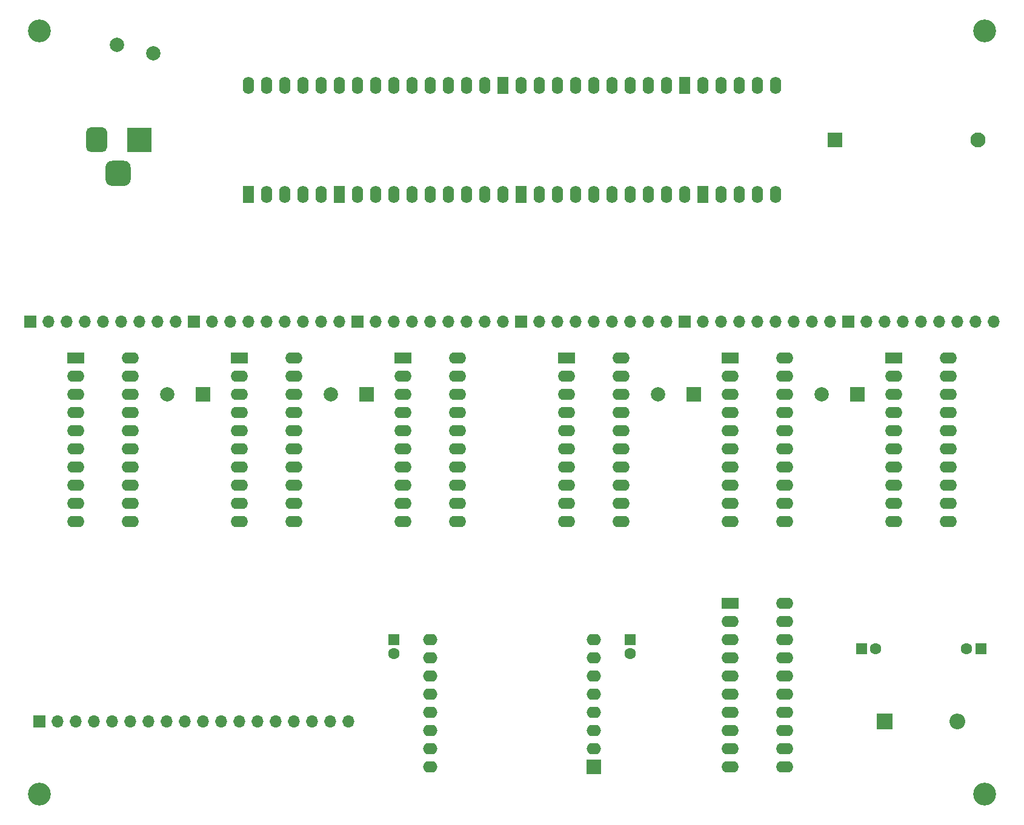
<source format=gbs>
G04 #@! TF.GenerationSoftware,KiCad,Pcbnew,(5.1.10)-1*
G04 #@! TF.CreationDate,2021-09-21T20:09:28+02:00*
G04 #@! TF.ProjectId,LED Strip clock,4c454420-5374-4726-9970-20636c6f636b,V1.0*
G04 #@! TF.SameCoordinates,Original*
G04 #@! TF.FileFunction,Soldermask,Bot*
G04 #@! TF.FilePolarity,Negative*
%FSLAX46Y46*%
G04 Gerber Fmt 4.6, Leading zero omitted, Abs format (unit mm)*
G04 Created by KiCad (PCBNEW (5.1.10)-1) date 2021-09-21 20:09:28*
%MOMM*%
%LPD*%
G01*
G04 APERTURE LIST*
%ADD10O,1.700000X1.700000*%
%ADD11R,1.700000X1.700000*%
%ADD12C,2.100000*%
%ADD13R,2.100000X2.100000*%
%ADD14O,1.600000X2.400000*%
%ADD15R,1.600000X2.400000*%
%ADD16C,2.000000*%
%ADD17R,2.000000X2.000000*%
%ADD18O,2.400000X1.600000*%
%ADD19R,2.400000X1.600000*%
%ADD20C,3.200000*%
%ADD21R,3.500000X3.500000*%
%ADD22C,2.010000*%
%ADD23C,1.600000*%
%ADD24R,1.600000X1.600000*%
%ADD25R,2.200000X2.200000*%
%ADD26O,2.200000X2.200000*%
%ADD27O,2.000000X1.600000*%
G04 APERTURE END LIST*
D10*
X129540000Y-132080000D03*
X127000000Y-132080000D03*
X124460000Y-132080000D03*
X121920000Y-132080000D03*
X119380000Y-132080000D03*
X116840000Y-132080000D03*
X114300000Y-132080000D03*
X111760000Y-132080000D03*
X109220000Y-132080000D03*
X106680000Y-132080000D03*
X104140000Y-132080000D03*
X101600000Y-132080000D03*
X99060000Y-132080000D03*
X96520000Y-132080000D03*
X93980000Y-132080000D03*
X91440000Y-132080000D03*
X88900000Y-132080000D03*
D11*
X86360000Y-132080000D03*
D12*
X217485000Y-50800000D03*
D13*
X197485000Y-50800000D03*
D14*
X179070000Y-43180000D03*
X181610000Y-43180000D03*
X184150000Y-43180000D03*
X186690000Y-43180000D03*
X189230000Y-43180000D03*
X189230000Y-58420000D03*
X186690000Y-58420000D03*
X184150000Y-58420000D03*
X181610000Y-58420000D03*
D15*
X179070000Y-58420000D03*
D14*
X176530000Y-58420000D03*
X173990000Y-58420000D03*
X171450000Y-58420000D03*
X168910000Y-58420000D03*
X166370000Y-58420000D03*
X166370000Y-43180000D03*
X168910000Y-43180000D03*
X171450000Y-43180000D03*
X173990000Y-43180000D03*
D15*
X176530000Y-43180000D03*
D16*
X195660000Y-86360000D03*
D17*
X200660000Y-86360000D03*
D16*
X172800000Y-86360000D03*
D17*
X177800000Y-86360000D03*
D18*
X213360000Y-81280000D03*
X205740000Y-104140000D03*
X213360000Y-83820000D03*
X205740000Y-101600000D03*
X213360000Y-86360000D03*
X205740000Y-99060000D03*
X213360000Y-88900000D03*
X205740000Y-96520000D03*
X213360000Y-91440000D03*
X205740000Y-93980000D03*
X213360000Y-93980000D03*
X205740000Y-91440000D03*
X213360000Y-96520000D03*
X205740000Y-88900000D03*
X213360000Y-99060000D03*
X205740000Y-86360000D03*
X213360000Y-101600000D03*
X205740000Y-83820000D03*
X213360000Y-104140000D03*
D19*
X205740000Y-81280000D03*
D18*
X190500000Y-81280000D03*
X182880000Y-104140000D03*
X190500000Y-83820000D03*
X182880000Y-101600000D03*
X190500000Y-86360000D03*
X182880000Y-99060000D03*
X190500000Y-88900000D03*
X182880000Y-96520000D03*
X190500000Y-91440000D03*
X182880000Y-93980000D03*
X190500000Y-93980000D03*
X182880000Y-91440000D03*
X190500000Y-96520000D03*
X182880000Y-88900000D03*
X190500000Y-99060000D03*
X182880000Y-86360000D03*
X190500000Y-101600000D03*
X182880000Y-83820000D03*
X190500000Y-104140000D03*
D19*
X182880000Y-81280000D03*
D10*
X219710000Y-76200000D03*
X217170000Y-76200000D03*
X214630000Y-76200000D03*
X212090000Y-76200000D03*
X209550000Y-76200000D03*
X207010000Y-76200000D03*
X204470000Y-76200000D03*
X201930000Y-76200000D03*
D11*
X199390000Y-76200000D03*
D10*
X196850000Y-76200000D03*
X194310000Y-76200000D03*
X191770000Y-76200000D03*
X189230000Y-76200000D03*
X186690000Y-76200000D03*
X184150000Y-76200000D03*
X181610000Y-76200000D03*
X179070000Y-76200000D03*
D11*
X176530000Y-76200000D03*
D17*
X132080000Y-86360000D03*
D16*
X127080000Y-86360000D03*
D20*
X86360000Y-142240000D03*
X218440000Y-142240000D03*
X218440000Y-35560000D03*
X86360000Y-35560000D03*
D18*
X167640000Y-81280000D03*
X160020000Y-104140000D03*
X167640000Y-83820000D03*
X160020000Y-101600000D03*
X167640000Y-86360000D03*
X160020000Y-99060000D03*
X167640000Y-88900000D03*
X160020000Y-96520000D03*
X167640000Y-91440000D03*
X160020000Y-93980000D03*
X167640000Y-93980000D03*
X160020000Y-91440000D03*
X167640000Y-96520000D03*
X160020000Y-88900000D03*
X167640000Y-99060000D03*
X160020000Y-86360000D03*
X167640000Y-101600000D03*
X160020000Y-83820000D03*
X167640000Y-104140000D03*
D19*
X160020000Y-81280000D03*
D11*
X153670000Y-76200000D03*
D10*
X156210000Y-76200000D03*
X158750000Y-76200000D03*
X161290000Y-76200000D03*
X163830000Y-76200000D03*
X166370000Y-76200000D03*
X168910000Y-76200000D03*
X171450000Y-76200000D03*
X173990000Y-76200000D03*
D11*
X130810000Y-76200000D03*
D10*
X133350000Y-76200000D03*
X135890000Y-76200000D03*
X138430000Y-76200000D03*
X140970000Y-76200000D03*
X143510000Y-76200000D03*
X146050000Y-76200000D03*
X148590000Y-76200000D03*
X151130000Y-76200000D03*
D11*
X107950000Y-76200000D03*
D10*
X110490000Y-76200000D03*
X113030000Y-76200000D03*
X115570000Y-76200000D03*
X118110000Y-76200000D03*
X120650000Y-76200000D03*
X123190000Y-76200000D03*
X125730000Y-76200000D03*
X128270000Y-76200000D03*
D11*
X85090000Y-76200000D03*
D10*
X87630000Y-76200000D03*
X90170000Y-76200000D03*
X92710000Y-76200000D03*
X95250000Y-76200000D03*
X97790000Y-76200000D03*
X100330000Y-76200000D03*
X102870000Y-76200000D03*
X105410000Y-76200000D03*
D15*
X153670000Y-58420000D03*
D14*
X156210000Y-58420000D03*
X158750000Y-58420000D03*
X161290000Y-58420000D03*
X163830000Y-58420000D03*
X163830000Y-43180000D03*
X161290000Y-43180000D03*
X158750000Y-43180000D03*
X156210000Y-43180000D03*
X153670000Y-43180000D03*
D15*
X151130000Y-43180000D03*
D14*
X148590000Y-43180000D03*
X146050000Y-43180000D03*
X143510000Y-43180000D03*
X140970000Y-43180000D03*
X140970000Y-58420000D03*
X143510000Y-58420000D03*
X146050000Y-58420000D03*
X148590000Y-58420000D03*
X151130000Y-58420000D03*
D15*
X128270000Y-58420000D03*
D14*
X130810000Y-58420000D03*
X133350000Y-58420000D03*
X135890000Y-58420000D03*
X138430000Y-58420000D03*
X138430000Y-43180000D03*
X135890000Y-43180000D03*
X133350000Y-43180000D03*
X130810000Y-43180000D03*
X128270000Y-43180000D03*
D15*
X115570000Y-58420000D03*
D14*
X118110000Y-58420000D03*
X120650000Y-58420000D03*
X123190000Y-58420000D03*
X125730000Y-58420000D03*
X125730000Y-43180000D03*
X123190000Y-43180000D03*
X120650000Y-43180000D03*
X118110000Y-43180000D03*
X115570000Y-43180000D03*
D21*
X100330000Y-50800000D03*
G36*
G01*
X92830000Y-51800000D02*
X92830000Y-49800000D01*
G75*
G02*
X93580000Y-49050000I750000J0D01*
G01*
X95080000Y-49050000D01*
G75*
G02*
X95830000Y-49800000I0J-750000D01*
G01*
X95830000Y-51800000D01*
G75*
G02*
X95080000Y-52550000I-750000J0D01*
G01*
X93580000Y-52550000D01*
G75*
G02*
X92830000Y-51800000I0J750000D01*
G01*
G37*
G36*
G01*
X95580000Y-56375000D02*
X95580000Y-54625000D01*
G75*
G02*
X96455000Y-53750000I875000J0D01*
G01*
X98205000Y-53750000D01*
G75*
G02*
X99080000Y-54625000I0J-875000D01*
G01*
X99080000Y-56375000D01*
G75*
G02*
X98205000Y-57250000I-875000J0D01*
G01*
X96455000Y-57250000D01*
G75*
G02*
X95580000Y-56375000I0J875000D01*
G01*
G37*
D22*
X102235000Y-38735000D03*
X97135000Y-37535000D03*
D23*
X168910000Y-122650000D03*
D24*
X168910000Y-120650000D03*
D23*
X135890000Y-122650000D03*
D24*
X135890000Y-120650000D03*
D23*
X215900000Y-121920000D03*
D24*
X217900000Y-121920000D03*
D23*
X203200000Y-121920000D03*
D24*
X201200000Y-121920000D03*
D17*
X109220000Y-86360000D03*
D16*
X104220000Y-86360000D03*
D25*
X204470000Y-132080000D03*
D26*
X214630000Y-132080000D03*
D18*
X99060000Y-81280000D03*
X91440000Y-104140000D03*
X99060000Y-83820000D03*
X91440000Y-101600000D03*
X99060000Y-86360000D03*
X91440000Y-99060000D03*
X99060000Y-88900000D03*
X91440000Y-96520000D03*
X99060000Y-91440000D03*
X91440000Y-93980000D03*
X99060000Y-93980000D03*
X91440000Y-91440000D03*
X99060000Y-96520000D03*
X91440000Y-88900000D03*
X99060000Y-99060000D03*
X91440000Y-86360000D03*
X99060000Y-101600000D03*
X91440000Y-83820000D03*
X99060000Y-104140000D03*
D19*
X91440000Y-81280000D03*
D27*
X140970000Y-138430000D03*
X140970000Y-135890000D03*
X140970000Y-133350000D03*
X140970000Y-130810000D03*
X140970000Y-128270000D03*
X140970000Y-125730000D03*
X140970000Y-123190000D03*
X140970000Y-120650000D03*
X163830000Y-120650000D03*
X163830000Y-123190000D03*
X163830000Y-125730000D03*
X163830000Y-128270000D03*
X163830000Y-130810000D03*
X163830000Y-133350000D03*
D17*
X163830000Y-138430000D03*
D27*
X163830000Y-135890000D03*
D18*
X190500000Y-115570000D03*
X182880000Y-138430000D03*
X190500000Y-118110000D03*
X182880000Y-135890000D03*
X190500000Y-120650000D03*
X182880000Y-133350000D03*
X190500000Y-123190000D03*
X182880000Y-130810000D03*
X190500000Y-125730000D03*
X182880000Y-128270000D03*
X190500000Y-128270000D03*
X182880000Y-125730000D03*
X190500000Y-130810000D03*
X182880000Y-123190000D03*
X190500000Y-133350000D03*
X182880000Y-120650000D03*
X190500000Y-135890000D03*
X182880000Y-118110000D03*
X190500000Y-138430000D03*
D19*
X182880000Y-115570000D03*
D18*
X144780000Y-81280000D03*
X137160000Y-104140000D03*
X144780000Y-83820000D03*
X137160000Y-101600000D03*
X144780000Y-86360000D03*
X137160000Y-99060000D03*
X144780000Y-88900000D03*
X137160000Y-96520000D03*
X144780000Y-91440000D03*
X137160000Y-93980000D03*
X144780000Y-93980000D03*
X137160000Y-91440000D03*
X144780000Y-96520000D03*
X137160000Y-88900000D03*
X144780000Y-99060000D03*
X137160000Y-86360000D03*
X144780000Y-101600000D03*
X137160000Y-83820000D03*
X144780000Y-104140000D03*
D19*
X137160000Y-81280000D03*
D18*
X121920000Y-81280000D03*
X114300000Y-104140000D03*
X121920000Y-83820000D03*
X114300000Y-101600000D03*
X121920000Y-86360000D03*
X114300000Y-99060000D03*
X121920000Y-88900000D03*
X114300000Y-96520000D03*
X121920000Y-91440000D03*
X114300000Y-93980000D03*
X121920000Y-93980000D03*
X114300000Y-91440000D03*
X121920000Y-96520000D03*
X114300000Y-88900000D03*
X121920000Y-99060000D03*
X114300000Y-86360000D03*
X121920000Y-101600000D03*
X114300000Y-83820000D03*
X121920000Y-104140000D03*
D19*
X114300000Y-81280000D03*
M02*

</source>
